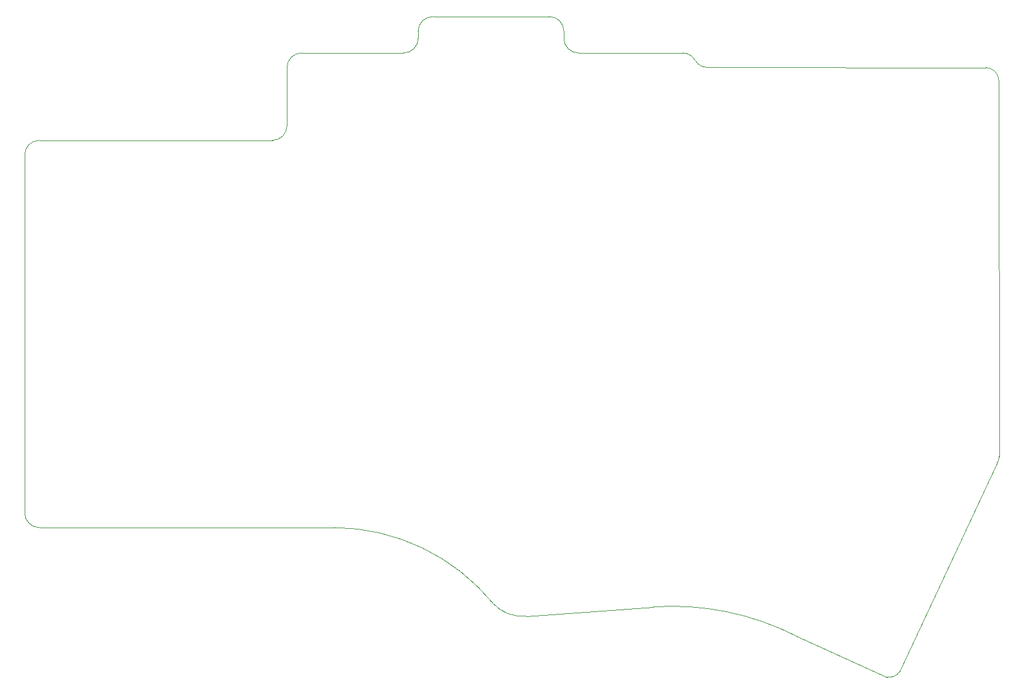
<source format=gm1>
%TF.GenerationSoftware,KiCad,Pcbnew,6.0.8-f2edbf62ab~116~ubuntu22.04.1*%
%TF.CreationDate,2022-10-26T10:35:28+11:00*%
%TF.ProjectId,banach,62616e61-6368-42e6-9b69-6361645f7063,rev1.0*%
%TF.SameCoordinates,Original*%
%TF.FileFunction,Profile,NP*%
%FSLAX46Y46*%
G04 Gerber Fmt 4.6, Leading zero omitted, Abs format (unit mm)*
G04 Created by KiCad (PCBNEW 6.0.8-f2edbf62ab~116~ubuntu22.04.1) date 2022-10-26 10:35:28*
%MOMM*%
%LPD*%
G01*
G04 APERTURE LIST*
%TA.AperFunction,Profile*%
%ADD10C,0.100000*%
%TD*%
G04 APERTURE END LIST*
D10*
X144460000Y-124460000D02*
X127000000Y-125730000D01*
X132200000Y-46370000D02*
X132200000Y-45370000D01*
X96200000Y-48370000D02*
G75*
G03*
X94200000Y-50370000I0J-2000000D01*
G01*
X191900000Y-52180000D02*
G75*
G03*
X190100000Y-50380000I-1800000J0D01*
G01*
X191940000Y-103796003D02*
X191900000Y-52180000D01*
X164079999Y-128460003D02*
G75*
G03*
X144460000Y-124460000I-17080199J-33660297D01*
G01*
X122499968Y-124020029D02*
G75*
G03*
X127000000Y-125730000I3960132J3645429D01*
G01*
X132200000Y-45370000D02*
G75*
G03*
X130200000Y-43370000I-2000000J0D01*
G01*
X58200000Y-62370000D02*
X58200000Y-111570000D01*
X114200000Y-43370000D02*
G75*
G03*
X112200000Y-45370000I0J-2000000D01*
G01*
X92200000Y-60370000D02*
G75*
G03*
X94200000Y-58370000I0J2000000D01*
G01*
X176529994Y-134112031D02*
G75*
G03*
X178260000Y-133376003I305106J1684031D01*
G01*
X130200000Y-43370000D02*
X114200000Y-43370000D01*
X94200000Y-50370000D02*
X94200000Y-58370000D01*
X190100000Y-50380000D02*
X151950002Y-50369998D01*
X122499999Y-124020000D02*
G75*
G03*
X100700000Y-113570000I-22024739J-17982590D01*
G01*
X132200000Y-46370000D02*
G75*
G03*
X134200000Y-48370000I2000000J0D01*
G01*
X178260000Y-133376003D02*
X191660000Y-104760000D01*
X191659989Y-104759994D02*
G75*
G03*
X191940000Y-103796003I-1632289J996794D01*
G01*
X150199981Y-49370011D02*
G75*
G03*
X151950002Y-50369998I1750019J1031311D01*
G01*
X148500000Y-48370000D02*
X134200000Y-48370000D01*
X110200000Y-48370000D02*
G75*
G03*
X112200000Y-46370000I0J2000000D01*
G01*
X58200000Y-111570000D02*
G75*
G03*
X60200000Y-113570000I2000000J0D01*
G01*
X150200000Y-49370000D02*
G75*
G03*
X148500000Y-48370000I-1700000J-945000D01*
G01*
X110200000Y-48370000D02*
X96200000Y-48370000D01*
X60200000Y-60370000D02*
G75*
G03*
X58200000Y-62370000I0J-2000000D01*
G01*
X164080000Y-128460000D02*
X176530000Y-134112000D01*
X60200000Y-113570000D02*
X100700000Y-113570000D01*
X92200000Y-60370000D02*
X60200000Y-60370000D01*
X112200000Y-45370000D02*
X112200000Y-46370000D01*
M02*

</source>
